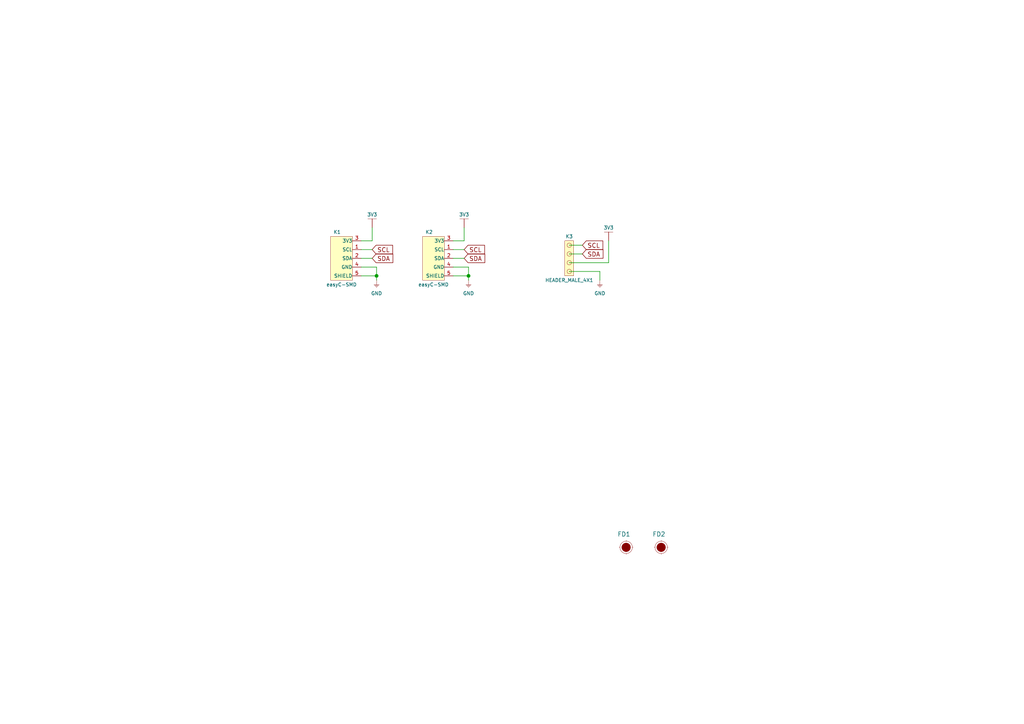
<source format=kicad_sch>
(kicad_sch (version 20210126) (generator eeschema)

  (paper "A4")

  (lib_symbols
    (symbol "e-radionica.com schematics:3V3" (power) (pin_names (offset 0)) (in_bom yes) (on_board yes)
      (property "Reference" "#PWR" (id 0) (at 4.445 0 0)
        (effects (font (size 1 1)) hide)
      )
      (property "Value" "3V3" (id 1) (at 0 3.556 0)
        (effects (font (size 1 1)))
      )
      (property "Footprint" "" (id 2) (at 4.445 3.81 0)
        (effects (font (size 1 1)) hide)
      )
      (property "Datasheet" "" (id 3) (at 4.445 3.81 0)
        (effects (font (size 1 1)) hide)
      )
      (property "ki_keywords" "power-flag" (id 4) (at 0 0 0)
        (effects (font (size 1.27 1.27)) hide)
      )
      (property "ki_description" "Power symbol creates a global label with name \"+3V3\"" (id 5) (at 0 0 0)
        (effects (font (size 1.27 1.27)) hide)
      )
      (symbol "3V3_0_1"
        (polyline
          (pts
            (xy 0 0)
            (xy 0 2.54)
          )
          (stroke (width 0)) (fill (type none))
        )
        (polyline
          (pts
            (xy -1.27 2.54)
            (xy 1.27 2.54)
          )
          (stroke (width 0.0006)) (fill (type none))
        )
      )
      (symbol "3V3_1_1"
        (pin power_in line (at 0 0 90) (length 0) hide
          (name "3V3" (effects (font (size 1.27 1.27))))
          (number "1" (effects (font (size 1.27 1.27))))
        )
      )
    )
    (symbol "e-radionica.com schematics:Fiducial_Stencil" (pin_numbers hide) (pin_names hide) (in_bom yes) (on_board yes)
      (property "Reference" "FD?" (id 0) (at 0 3.048 0)
        (effects (font (size 1.27 1.27)))
      )
      (property "Value" "Fiducial_Stencil" (id 1) (at 0 -2.794 0)
        (effects (font (size 1.27 1.27)) hide)
      )
      (property "Footprint" "e-radionica.com footprinti:FIDUCIAL_1MM_PASTE" (id 2) (at 0 -6.35 0)
        (effects (font (size 1.27 1.27)) hide)
      )
      (property "Datasheet" "" (id 3) (at 0 0 0)
        (effects (font (size 1.27 1.27)) hide)
      )
      (symbol "Fiducial_Stencil_0_1"
        (circle (center 0 0) (radius 1.7961) (stroke (width 0.0006)) (fill (type none)))
        (circle (center 0 0) (radius 1.27) (stroke (width 0.001)) (fill (type outline)))
        (polyline
          (pts
            (xy 1.778 0)
            (xy 2.032 0)
          )
          (stroke (width 0.0006)) (fill (type none))
        )
        (polyline
          (pts
            (xy 0 1.778)
            (xy 0 2.032)
          )
          (stroke (width 0.0006)) (fill (type none))
        )
        (polyline
          (pts
            (xy -1.778 0)
            (xy -2.032 0)
          )
          (stroke (width 0.0006)) (fill (type none))
        )
        (polyline
          (pts
            (xy 0 -1.778)
            (xy 0 -2.032)
          )
          (stroke (width 0.0006)) (fill (type none))
        )
      )
    )
    (symbol "e-radionica.com schematics:GND" (power) (pin_names (offset 0)) (in_bom yes) (on_board yes)
      (property "Reference" "#PWR" (id 0) (at 4.445 0 0)
        (effects (font (size 1 1)) hide)
      )
      (property "Value" "GND" (id 1) (at 0 -2.921 0)
        (effects (font (size 1 1)))
      )
      (property "Footprint" "" (id 2) (at 4.445 3.81 0)
        (effects (font (size 1 1)) hide)
      )
      (property "Datasheet" "" (id 3) (at 4.445 3.81 0)
        (effects (font (size 1 1)) hide)
      )
      (property "ki_keywords" "power-flag" (id 4) (at 0 0 0)
        (effects (font (size 1.27 1.27)) hide)
      )
      (property "ki_description" "Power symbol creates a global label with name \"+3V3\"" (id 5) (at 0 0 0)
        (effects (font (size 1.27 1.27)) hide)
      )
      (symbol "GND_0_1"
        (polyline
          (pts
            (xy 0 0)
            (xy 0 -1.27)
          )
          (stroke (width 0.0006)) (fill (type none))
        )
        (polyline
          (pts
            (xy -0.762 -1.27)
            (xy 0.762 -1.27)
          )
          (stroke (width 0.0006)) (fill (type none))
        )
        (polyline
          (pts
            (xy -0.381 -1.778)
            (xy 0.381 -1.778)
          )
          (stroke (width 0.0006)) (fill (type none))
        )
        (polyline
          (pts
            (xy -0.127 -2.032)
            (xy 0.127 -2.032)
          )
          (stroke (width 0.0006)) (fill (type none))
        )
        (polyline
          (pts
            (xy -0.635 -1.524)
            (xy 0.635 -1.524)
          )
          (stroke (width 0.0006)) (fill (type none))
        )
      )
      (symbol "GND_1_1"
        (pin power_in line (at 0 0 270) (length 0) hide
          (name "GND" (effects (font (size 1.27 1.27))))
          (number "1" (effects (font (size 1.27 1.27))))
        )
      )
    )
    (symbol "e-radionica.com schematics:HEADER_MALE_4X1" (pin_numbers hide) (pin_names hide) (in_bom yes) (on_board yes)
      (property "Reference" "K" (id 0) (at -0.635 7.62 0)
        (effects (font (size 1 1)))
      )
      (property "Value" "HEADER_MALE_4X1" (id 1) (at 0 -5.08 0)
        (effects (font (size 1 1)))
      )
      (property "Footprint" "e-radionica.com footprinti:HEADER_MALE_4X1" (id 2) (at 0 -2.54 0)
        (effects (font (size 1 1)) hide)
      )
      (property "Datasheet" "" (id 3) (at 0 -2.54 0)
        (effects (font (size 1 1)) hide)
      )
      (symbol "HEADER_MALE_4X1_0_1"
        (circle (center 0 -2.54) (radius 0.635) (stroke (width 0.0006)) (fill (type none)))
        (circle (center 0 0) (radius 0.635) (stroke (width 0.0006)) (fill (type none)))
        (circle (center 0 2.54) (radius 0.635) (stroke (width 0.0006)) (fill (type none)))
        (circle (center 0 5.08) (radius 0.635) (stroke (width 0.0006)) (fill (type none)))
        (rectangle (start 1.27 -3.81) (end -1.27 6.35)
          (stroke (width 0.001)) (fill (type background))
        )
      )
      (symbol "HEADER_MALE_4X1_1_1"
        (pin passive line (at 0 -2.54 180) (length 0)
          (name "~" (effects (font (size 1 1))))
          (number "1" (effects (font (size 1 1))))
        )
        (pin passive line (at 0 0 180) (length 0)
          (name "~" (effects (font (size 1 1))))
          (number "2" (effects (font (size 1 1))))
        )
        (pin passive line (at 0 2.54 180) (length 0)
          (name "~" (effects (font (size 1 1))))
          (number "3" (effects (font (size 1 1))))
        )
        (pin passive line (at 0 5.08 180) (length 0)
          (name "~" (effects (font (size 1 1))))
          (number "4" (effects (font (size 1 1))))
        )
      )
    )
    (symbol "e-radionica.com schematics:easyC-SMD" (pin_names (offset 0.002)) (in_bom yes) (on_board yes)
      (property "Reference" "K" (id 0) (at -2.54 10.16 0)
        (effects (font (size 1 1)))
      )
      (property "Value" "easyC-SMD" (id 1) (at 0 -5.08 0)
        (effects (font (size 1 1)))
      )
      (property "Footprint" "e-radionica.com footprinti:easyC-connector" (id 2) (at 3.175 2.54 0)
        (effects (font (size 1 1)) hide)
      )
      (property "Datasheet" "" (id 3) (at 3.175 2.54 0)
        (effects (font (size 1 1)) hide)
      )
      (symbol "easyC-SMD_0_1"
        (rectangle (start -3.175 8.89) (end 3.175 -3.81)
          (stroke (width 0.001)) (fill (type background))
        )
      )
      (symbol "easyC-SMD_1_1"
        (pin passive line (at 5.715 5.08 180) (length 2.54)
          (name "SCL" (effects (font (size 1 1))))
          (number "1" (effects (font (size 1 1))))
        )
        (pin passive line (at 5.715 2.54 180) (length 2.54)
          (name "SDA" (effects (font (size 1 1))))
          (number "2" (effects (font (size 1 1))))
        )
        (pin passive line (at 5.715 7.62 180) (length 2.54)
          (name "3V3" (effects (font (size 1 1))))
          (number "3" (effects (font (size 1 1))))
        )
        (pin passive line (at 5.715 0 180) (length 2.54)
          (name "GND" (effects (font (size 1 1))))
          (number "4" (effects (font (size 1 1))))
        )
        (pin passive line (at 5.715 -2.54 180) (length 2.54)
          (name "SHIELD" (effects (font (size 1 1))))
          (number "5" (effects (font (size 1 1))))
        )
      )
    )
  )

  (junction (at 109.22 80.01) (diameter 0.9144) (color 0 0 0 0))
  (junction (at 135.89 80.01) (diameter 0.9144) (color 0 0 0 0))

  (wire (pts (xy 104.775 69.85) (xy 107.95 69.85))
    (stroke (width 0) (type solid) (color 0 0 0 0))
    (uuid 4baa55a1-da54-40f5-97d3-8dc812680fc7)
  )
  (wire (pts (xy 104.775 72.39) (xy 107.95 72.39))
    (stroke (width 0) (type solid) (color 0 0 0 0))
    (uuid 96f38fe9-777a-4eb4-920d-2952f84f28f2)
  )
  (wire (pts (xy 104.775 74.93) (xy 107.95 74.93))
    (stroke (width 0) (type solid) (color 0 0 0 0))
    (uuid 370c624f-068f-42bd-b9d3-e3818128966c)
  )
  (wire (pts (xy 104.775 77.47) (xy 109.22 77.47))
    (stroke (width 0) (type solid) (color 0 0 0 0))
    (uuid 6de770fb-770a-41d6-80b0-ae62d784caf7)
  )
  (wire (pts (xy 104.775 80.01) (xy 109.22 80.01))
    (stroke (width 0) (type solid) (color 0 0 0 0))
    (uuid 5a5fe354-a6af-4eaf-bdfc-7b1f5a84bbff)
  )
  (wire (pts (xy 107.95 69.85) (xy 107.95 66.04))
    (stroke (width 0) (type solid) (color 0 0 0 0))
    (uuid 4baa55a1-da54-40f5-97d3-8dc812680fc7)
  )
  (wire (pts (xy 109.22 77.47) (xy 109.22 80.01))
    (stroke (width 0) (type solid) (color 0 0 0 0))
    (uuid 6de770fb-770a-41d6-80b0-ae62d784caf7)
  )
  (wire (pts (xy 109.22 80.01) (xy 109.22 81.28))
    (stroke (width 0) (type solid) (color 0 0 0 0))
    (uuid 6de770fb-770a-41d6-80b0-ae62d784caf7)
  )
  (wire (pts (xy 131.445 69.85) (xy 134.62 69.85))
    (stroke (width 0) (type solid) (color 0 0 0 0))
    (uuid 867f2773-2cfd-4274-a21e-35101551b8b2)
  )
  (wire (pts (xy 131.445 72.39) (xy 134.62 72.39))
    (stroke (width 0) (type solid) (color 0 0 0 0))
    (uuid b438339c-7986-4760-bcc5-93847e0d538b)
  )
  (wire (pts (xy 131.445 74.93) (xy 134.62 74.93))
    (stroke (width 0) (type solid) (color 0 0 0 0))
    (uuid 49cbb1fe-2425-49c2-869c-360e94b0fe60)
  )
  (wire (pts (xy 131.445 77.47) (xy 135.89 77.47))
    (stroke (width 0) (type solid) (color 0 0 0 0))
    (uuid 2aa0c900-bd5e-4b8e-bd2b-05d28c2e8dd4)
  )
  (wire (pts (xy 131.445 80.01) (xy 135.89 80.01))
    (stroke (width 0) (type solid) (color 0 0 0 0))
    (uuid c8974da3-4136-4e0e-a7d4-46b194a752af)
  )
  (wire (pts (xy 134.62 69.85) (xy 134.62 66.04))
    (stroke (width 0) (type solid) (color 0 0 0 0))
    (uuid 367b33df-4205-458f-ab05-de54c5d97755)
  )
  (wire (pts (xy 135.89 77.47) (xy 135.89 80.01))
    (stroke (width 0) (type solid) (color 0 0 0 0))
    (uuid 7c8c5d38-712c-46eb-9014-baea21dbc41a)
  )
  (wire (pts (xy 135.89 80.01) (xy 135.89 81.28))
    (stroke (width 0) (type solid) (color 0 0 0 0))
    (uuid d9c3d546-a8fb-45c0-8691-61e9091ff113)
  )
  (wire (pts (xy 165.1 71.12) (xy 168.91 71.12))
    (stroke (width 0) (type solid) (color 0 0 0 0))
    (uuid 51b71d69-e554-4d74-baba-27fc5293db6d)
  )
  (wire (pts (xy 165.1 73.66) (xy 168.91 73.66))
    (stroke (width 0) (type solid) (color 0 0 0 0))
    (uuid f5c24581-472c-41bd-b3c0-23bde12a515f)
  )
  (wire (pts (xy 165.1 76.2) (xy 176.53 76.2))
    (stroke (width 0) (type solid) (color 0 0 0 0))
    (uuid c62e1659-e28a-489b-9de3-ce5a7d160e9f)
  )
  (wire (pts (xy 165.1 78.74) (xy 173.99 78.74))
    (stroke (width 0) (type solid) (color 0 0 0 0))
    (uuid db707703-11ac-4e40-bc4e-5fffcee7d06f)
  )
  (wire (pts (xy 173.99 78.74) (xy 173.99 81.28))
    (stroke (width 0) (type solid) (color 0 0 0 0))
    (uuid db707703-11ac-4e40-bc4e-5fffcee7d06f)
  )
  (wire (pts (xy 176.53 76.2) (xy 176.53 69.85))
    (stroke (width 0) (type solid) (color 0 0 0 0))
    (uuid c62e1659-e28a-489b-9de3-ce5a7d160e9f)
  )

  (global_label "SCL" (shape input) (at 107.95 72.39 0)
    (effects (font (size 1.27 1.27)) (justify left))
    (uuid f2609f1e-15a3-4601-9d25-69b912d29976)
    (property "Intersheet References" "${INTERSHEET_REFS}" (id 0) (at 115.3947 72.3106 0)
      (effects (font (size 1.27 1.27)) (justify left) hide)
    )
  )
  (global_label "SDA" (shape input) (at 107.95 74.93 0)
    (effects (font (size 1.27 1.27)) (justify left))
    (uuid d3426a15-0eca-43ae-80f7-9b59163e0d88)
    (property "Intersheet References" "${INTERSHEET_REFS}" (id 0) (at 115.4552 74.8506 0)
      (effects (font (size 1.27 1.27)) (justify left) hide)
    )
  )
  (global_label "SCL" (shape input) (at 134.62 72.39 0)
    (effects (font (size 1.27 1.27)) (justify left))
    (uuid 26b6c6f1-e0fc-44b3-8b74-c218f6052120)
    (property "Intersheet References" "${INTERSHEET_REFS}" (id 0) (at 142.0647 72.3106 0)
      (effects (font (size 1.27 1.27)) (justify left) hide)
    )
  )
  (global_label "SDA" (shape input) (at 134.62 74.93 0)
    (effects (font (size 1.27 1.27)) (justify left))
    (uuid c9d1c685-6a1f-4afd-9bee-b617c4556eed)
    (property "Intersheet References" "${INTERSHEET_REFS}" (id 0) (at 142.1252 74.8506 0)
      (effects (font (size 1.27 1.27)) (justify left) hide)
    )
  )
  (global_label "SCL" (shape input) (at 168.91 71.12 0)
    (effects (font (size 1.27 1.27)) (justify left))
    (uuid d88d46ee-522a-4050-b0f8-8279a0a32a1d)
    (property "Intersheet References" "${INTERSHEET_REFS}" (id 0) (at 176.3547 71.0406 0)
      (effects (font (size 1.27 1.27)) (justify left) hide)
    )
  )
  (global_label "SDA" (shape input) (at 168.91 73.66 0)
    (effects (font (size 1.27 1.27)) (justify left))
    (uuid dda745c9-761b-46f8-ab76-9f08588f7fe4)
    (property "Intersheet References" "${INTERSHEET_REFS}" (id 0) (at 176.4152 73.5806 0)
      (effects (font (size 1.27 1.27)) (justify left) hide)
    )
  )

  (symbol (lib_id "e-radionica.com schematics:GND") (at 109.22 81.28 0) (unit 1)
    (in_bom yes) (on_board yes)
    (uuid de8b85d1-5132-4bd8-896e-187eea75d2c2)
    (property "Reference" "#PWR02" (id 0) (at 113.665 81.28 0)
      (effects (font (size 1 1)) hide)
    )
    (property "Value" "GND" (id 1) (at 109.22 85.09 0)
      (effects (font (size 1 1)))
    )
    (property "Footprint" "" (id 2) (at 113.665 77.47 0)
      (effects (font (size 1 1)) hide)
    )
    (property "Datasheet" "" (id 3) (at 113.665 77.47 0)
      (effects (font (size 1 1)) hide)
    )
    (pin "1" (uuid d55d3acf-c4bd-46ba-b588-98d8253841c4))
  )

  (symbol (lib_id "e-radionica.com schematics:GND") (at 135.89 81.28 0) (unit 1)
    (in_bom yes) (on_board yes)
    (uuid 0fac5564-7340-44f0-a262-4303dddf3e4e)
    (property "Reference" "#PWR04" (id 0) (at 140.335 81.28 0)
      (effects (font (size 1 1)) hide)
    )
    (property "Value" "GND" (id 1) (at 135.89 85.09 0)
      (effects (font (size 1 1)))
    )
    (property "Footprint" "" (id 2) (at 140.335 77.47 0)
      (effects (font (size 1 1)) hide)
    )
    (property "Datasheet" "" (id 3) (at 140.335 77.47 0)
      (effects (font (size 1 1)) hide)
    )
    (pin "1" (uuid d55d3acf-c4bd-46ba-b588-98d8253841c4))
  )

  (symbol (lib_id "e-radionica.com schematics:GND") (at 173.99 81.28 0) (unit 1)
    (in_bom yes) (on_board yes)
    (uuid 246894bf-379b-4e53-9cae-3d4ea5373ad2)
    (property "Reference" "#PWR05" (id 0) (at 178.435 81.28 0)
      (effects (font (size 1 1)) hide)
    )
    (property "Value" "GND" (id 1) (at 173.99 85.09 0)
      (effects (font (size 1 1)))
    )
    (property "Footprint" "" (id 2) (at 178.435 77.47 0)
      (effects (font (size 1 1)) hide)
    )
    (property "Datasheet" "" (id 3) (at 178.435 77.47 0)
      (effects (font (size 1 1)) hide)
    )
    (pin "1" (uuid d55d3acf-c4bd-46ba-b588-98d8253841c4))
  )

  (symbol (lib_id "e-radionica.com schematics:3V3") (at 107.95 66.04 0) (unit 1)
    (in_bom yes) (on_board yes)
    (uuid 1d54fcd6-cfec-46fc-87af-fe3e20337d18)
    (property "Reference" "#PWR01" (id 0) (at 112.395 66.04 0)
      (effects (font (size 1 1)) hide)
    )
    (property "Value" "3V3" (id 1) (at 107.95 62.23 0)
      (effects (font (size 1 1)))
    )
    (property "Footprint" "" (id 2) (at 112.395 62.23 0)
      (effects (font (size 1 1)) hide)
    )
    (property "Datasheet" "" (id 3) (at 112.395 62.23 0)
      (effects (font (size 1 1)) hide)
    )
    (pin "1" (uuid 886f9952-db5c-4a49-8191-2c0ccc02cffb))
  )

  (symbol (lib_id "e-radionica.com schematics:3V3") (at 134.62 66.04 0) (unit 1)
    (in_bom yes) (on_board yes)
    (uuid 28227d51-ed90-45ed-985a-16e35fce0f77)
    (property "Reference" "#PWR03" (id 0) (at 139.065 66.04 0)
      (effects (font (size 1 1)) hide)
    )
    (property "Value" "3V3" (id 1) (at 134.62 62.23 0)
      (effects (font (size 1 1)))
    )
    (property "Footprint" "" (id 2) (at 139.065 62.23 0)
      (effects (font (size 1 1)) hide)
    )
    (property "Datasheet" "" (id 3) (at 139.065 62.23 0)
      (effects (font (size 1 1)) hide)
    )
    (pin "1" (uuid 886f9952-db5c-4a49-8191-2c0ccc02cffb))
  )

  (symbol (lib_id "e-radionica.com schematics:3V3") (at 176.53 69.85 0) (unit 1)
    (in_bom yes) (on_board yes)
    (uuid ff23e31f-48c1-42ed-928f-d2cdea758aa3)
    (property "Reference" "#PWR06" (id 0) (at 180.975 69.85 0)
      (effects (font (size 1 1)) hide)
    )
    (property "Value" "3V3" (id 1) (at 176.53 66.04 0)
      (effects (font (size 1 1)))
    )
    (property "Footprint" "" (id 2) (at 180.975 66.04 0)
      (effects (font (size 1 1)) hide)
    )
    (property "Datasheet" "" (id 3) (at 180.975 66.04 0)
      (effects (font (size 1 1)) hide)
    )
    (pin "1" (uuid 886f9952-db5c-4a49-8191-2c0ccc02cffb))
  )

  (symbol (lib_id "e-radionica.com schematics:Fiducial_Stencil") (at 181.61 158.75 0) (unit 1)
    (in_bom yes) (on_board yes)
    (uuid 8e9d65d3-7398-464e-88f8-f214d8a1bbd5)
    (property "Reference" "FD1" (id 0) (at 179.07 154.94 0)
      (effects (font (size 1.27 1.27)) (justify left))
    )
    (property "Value" "Fiducial_Stencil" (id 1) (at 181.61 161.544 0)
      (effects (font (size 1.27 1.27)) hide)
    )
    (property "Footprint" "e-radionica.com footprinti:FIDUCIAL_1MM_PASTE" (id 2) (at 181.61 165.1 0)
      (effects (font (size 1.27 1.27)) hide)
    )
    (property "Datasheet" "" (id 3) (at 181.61 158.75 0)
      (effects (font (size 1.27 1.27)) hide)
    )
  )

  (symbol (lib_id "e-radionica.com schematics:Fiducial_Stencil") (at 191.77 158.75 0) (unit 1)
    (in_bom yes) (on_board yes)
    (uuid 678af1b1-b084-4528-871b-5cc0045ad59c)
    (property "Reference" "FD2" (id 0) (at 189.23 154.94 0)
      (effects (font (size 1.27 1.27)) (justify left))
    )
    (property "Value" "Fiducial_Stencil" (id 1) (at 191.77 161.544 0)
      (effects (font (size 1.27 1.27)) hide)
    )
    (property "Footprint" "e-radionica.com footprinti:FIDUCIAL_1MM_PASTE" (id 2) (at 191.77 165.1 0)
      (effects (font (size 1.27 1.27)) hide)
    )
    (property "Datasheet" "" (id 3) (at 191.77 158.75 0)
      (effects (font (size 1.27 1.27)) hide)
    )
  )

  (symbol (lib_id "e-radionica.com schematics:HEADER_MALE_4X1") (at 165.1 76.2 0) (unit 1)
    (in_bom yes) (on_board yes)
    (uuid 66a95c07-8a23-4e36-b9b3-043e6f36ff34)
    (property "Reference" "K3" (id 0) (at 165.1 68.58 0)
      (effects (font (size 1 1)))
    )
    (property "Value" "HEADER_MALE_4X1" (id 1) (at 165.1 81.28 0)
      (effects (font (size 1 1)))
    )
    (property "Footprint" "e-radionica.com footprinti:HEADER_MALE_4X1" (id 2) (at 165.1 78.74 0)
      (effects (font (size 1 1)) hide)
    )
    (property "Datasheet" "" (id 3) (at 165.1 78.74 0)
      (effects (font (size 1 1)) hide)
    )
    (pin "1" (uuid 5de968e5-8931-47f5-bd1b-0fd8d105f670))
    (pin "2" (uuid e9ba3354-91d9-4a43-a30f-d6ca147b2efb))
    (pin "3" (uuid 8b498d40-3d4e-4856-b52b-3d812bad7bd3))
    (pin "4" (uuid 5ade4660-8afa-43e2-8d60-2b3b7b715227))
  )

  (symbol (lib_id "e-radionica.com schematics:easyC-SMD") (at 99.06 77.47 0) (unit 1)
    (in_bom yes) (on_board yes)
    (uuid 783c6344-8355-48f5-bac0-53338a3a630e)
    (property "Reference" "K1" (id 0) (at 97.79 67.31 0)
      (effects (font (size 1 1)))
    )
    (property "Value" "easyC-SMD" (id 1) (at 99.06 82.55 0)
      (effects (font (size 1 1)))
    )
    (property "Footprint" "e-radionica.com footprinti:easyC-connector" (id 2) (at 102.235 74.93 0)
      (effects (font (size 1 1)) hide)
    )
    (property "Datasheet" "" (id 3) (at 102.235 74.93 0)
      (effects (font (size 1 1)) hide)
    )
    (pin "1" (uuid 8880ab93-43f7-4201-8865-4b92049f1766))
    (pin "2" (uuid dcb9a7f0-fd75-4968-8721-e17e526a58af))
    (pin "3" (uuid 5d9e9fb6-42ad-480d-97e1-357d00235a1b))
    (pin "4" (uuid b399f10b-c7ca-4d05-b6b2-00c8f8776f0b))
    (pin "5" (uuid 5f3c8f68-f076-4706-af4d-7334dcc8edb7))
  )

  (symbol (lib_id "e-radionica.com schematics:easyC-SMD") (at 125.73 77.47 0) (unit 1)
    (in_bom yes) (on_board yes)
    (uuid efbd84ff-0874-463f-966a-e0ec4df09b00)
    (property "Reference" "K2" (id 0) (at 124.46 67.31 0)
      (effects (font (size 1 1)))
    )
    (property "Value" "easyC-SMD" (id 1) (at 125.73 82.55 0)
      (effects (font (size 1 1)))
    )
    (property "Footprint" "e-radionica.com footprinti:easyC-connector" (id 2) (at 128.905 74.93 0)
      (effects (font (size 1 1)) hide)
    )
    (property "Datasheet" "" (id 3) (at 128.905 74.93 0)
      (effects (font (size 1 1)) hide)
    )
    (pin "1" (uuid 8880ab93-43f7-4201-8865-4b92049f1766))
    (pin "2" (uuid dcb9a7f0-fd75-4968-8721-e17e526a58af))
    (pin "3" (uuid 5d9e9fb6-42ad-480d-97e1-357d00235a1b))
    (pin "4" (uuid b399f10b-c7ca-4d05-b6b2-00c8f8776f0b))
    (pin "5" (uuid 5f3c8f68-f076-4706-af4d-7334dcc8edb7))
  )

  (sheet_instances
    (path "/" (page "1"))
  )

  (symbol_instances
    (path "/1d54fcd6-cfec-46fc-87af-fe3e20337d18"
      (reference "#PWR01") (unit 1) (value "3V3") (footprint "")
    )
    (path "/de8b85d1-5132-4bd8-896e-187eea75d2c2"
      (reference "#PWR02") (unit 1) (value "GND") (footprint "")
    )
    (path "/28227d51-ed90-45ed-985a-16e35fce0f77"
      (reference "#PWR03") (unit 1) (value "3V3") (footprint "")
    )
    (path "/0fac5564-7340-44f0-a262-4303dddf3e4e"
      (reference "#PWR04") (unit 1) (value "GND") (footprint "")
    )
    (path "/246894bf-379b-4e53-9cae-3d4ea5373ad2"
      (reference "#PWR05") (unit 1) (value "GND") (footprint "")
    )
    (path "/ff23e31f-48c1-42ed-928f-d2cdea758aa3"
      (reference "#PWR06") (unit 1) (value "3V3") (footprint "")
    )
    (path "/8e9d65d3-7398-464e-88f8-f214d8a1bbd5"
      (reference "FD1") (unit 1) (value "Fiducial_Stencil") (footprint "e-radionica.com footprinti:FIDUCIAL_1MM_PASTE")
    )
    (path "/678af1b1-b084-4528-871b-5cc0045ad59c"
      (reference "FD2") (unit 1) (value "Fiducial_Stencil") (footprint "e-radionica.com footprinti:FIDUCIAL_1MM_PASTE")
    )
    (path "/783c6344-8355-48f5-bac0-53338a3a630e"
      (reference "K1") (unit 1) (value "easyC-SMD") (footprint "e-radionica.com footprinti:easyC-connector")
    )
    (path "/efbd84ff-0874-463f-966a-e0ec4df09b00"
      (reference "K2") (unit 1) (value "easyC-SMD") (footprint "e-radionica.com footprinti:easyC-connector")
    )
    (path "/66a95c07-8a23-4e36-b9b3-043e6f36ff34"
      (reference "K3") (unit 1) (value "HEADER_MALE_4X1") (footprint "e-radionica.com footprinti:HEADER_MALE_4X1")
    )
  )
)

</source>
